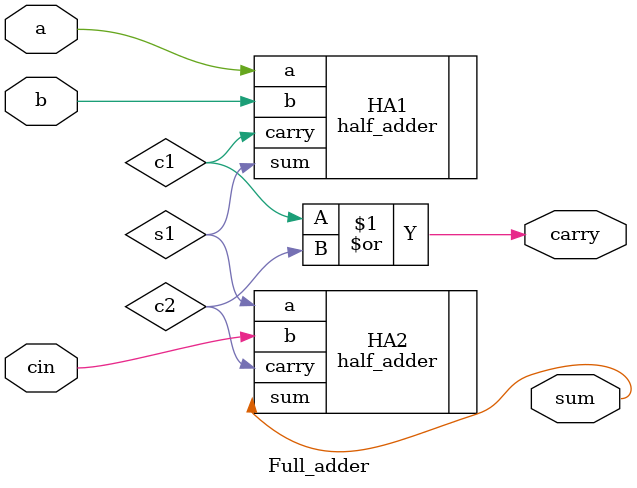
<source format=v>
module Full_adder(
    input a, 
    input b, 
    input cin,
    output sum, 
    output carry
    );

    // Declare intermediate wires
    wire s1;   // Sum output from the first half adder
    wire c1;   // Carry output from the first half adder
    wire c2;   // Carry output from the second half adder

    // Instantiate the first half adder
    half_adder HA1 (
        .a(a), 
        .b(b), 
        .sum(s1), 
        .carry(c1)
    );
    
    // Instantiate the second half adder
    half_adder HA2 (
        .a(s1), 
        .b(cin), 
        .sum(sum), 
        .carry(c2)
    );
    
    // Generate the final carry output
    assign carry = c1 | c2;

endmodule

</source>
